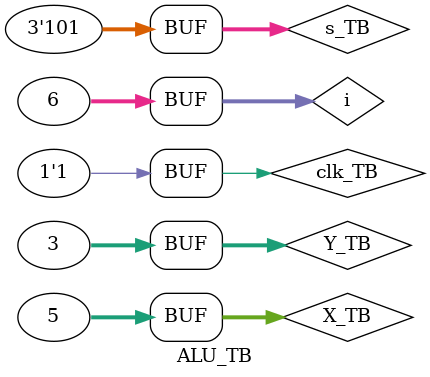
<source format=v>
`timescale 1ns/1ns

module op1(input [31:0]A, input [31:0]B, output reg [31:0]R);
  assign R=A+B;
endmodule

module op2(input [31:0]A, input [31:0]B, output reg [31:0]R);
  assign R=A&B;
endmodule

module op3(input [31:0]A, input [31:0]B, output reg [31:0]R);
  assign R=A|2;
endmodule

module op4(input [15:0]A, input [15:0]B, output reg [31:0]R);
  assign R=A*B;
endmodule

module op5(input [31:0]A, input [31:0]B, output reg [31:0]R);
  assign R=A-B;
endmodule

module op6(input [31:0]A, input [31:0]B, output reg [31:0]R);
  assign R=A<B?1:0;
endmodule

module ALU_BLOQUEO(input [31:0]X, input [31:0]Y, input [2:0]s, input clk, output reg [31:0]r);
  wire [31:0]w[5:0];
  op1 ope1(.A(X), .B(Y), .R(w[0]));
  op2 ope2(.A(X), .B(Y), .R(w[1]));
  op3 ope3(.A(X), .R(w[2]));
  op4 ope4(.A(X[15:0]), .B(Y[15:0]), .R(w[3]));
  op5 ope5(.A(X), .B(Y), .R(w[4]));
  op6 ope6(.A(X), .B(Y), .R(w[5]));
  always @(posedge clk) begin
    case (s)
	  3'd0: begin
	    r = w[0];
	  end 
	  3'd1: begin
	    r = w[1];
	  end 
	  3'd2: begin
	    r = w[2];
	  end 
	  3'd3: begin
	    r = w[3];
	  end 
	  3'd4: begin
	    r = w[4];
	  end 
	  3'd5: begin
	    r = w[5];
	  end  
	endcase
  end
endmodule

module ALU_SIN_BLOQUEO(input [31:0]X, input [31:0]Y, input [2:0]s, input clk, output reg [31:0]r);
  wire [31:0]w[5:0];
  op1 ope1(.A(X), .B(Y), .R(w[0]));
  op2 ope2(.A(X), .B(Y), .R(w[1]));
  op3 ope3(.A(X), .R(w[2]));
  op4 ope4(.A(X[15:0]), .B(Y[15:0]), .R(w[3]));
  op5 ope5(.A(X), .B(Y), .R(w[4]));
  op6 ope6(.A(X), .B(Y), .R(w[5]));
  always @(posedge clk) begin
    case (s)
	  3'd0: begin
	    r <= w[0];
	  end 
	  3'd1: begin
	    r <= w[1];
	  end 
	  3'd2: begin
	    r <= w[2];
	  end 
	  3'd3: begin
	    r <= w[3];
	  end 
	  3'd4: begin
	    r <= w[4];
	  end 
	  3'd5: begin
	    r <= w[5];
	  end  
	endcase
  end
endmodule

module ALU_TB();
  reg  [31:0]X_TB, Y_TB;
  reg  [2:0] s_TB;
  wire [31:0]r_TB_B, r_TB_SB;
  reg  clk_TB;  
  ALU_BLOQUEO alu1(.X(X_TB), .Y(Y_TB), .s(s_TB), .clk(clk_TB), .r(r_TB_B));
  ALU_SIN_BLOQUEO alu2(.X(X_TB), .Y(Y_TB), .s(s_TB), .clk(clk_TB), .r(r_TB_SB));
  
  integer i;
  initial begin
    for(i=0;i<6;i=i+1) begin
	  clk_TB = 0;
	  s_TB = i;
	  X_TB = 32'd5;
	  Y_TB = 32'd3;
	  #100
	  clk_TB = ~clk_TB;
	  #100
	  clk_TB = ~clk_TB;
	  X_TB = 32'd3;
	  Y_TB = 32'd5;
	  #100
	  clk_TB = ~clk_TB;
	  #100
	  clk_TB = ~clk_TB;	 
	  X_TB = 32'd5;
	  Y_TB = 32'd3;
	  #100
	  clk_TB = ~clk_TB;
	  #100
	  X_TB = 32'd5;
	  Y_TB = 32'd3;
	  
	end
  end
endmodule





</source>
